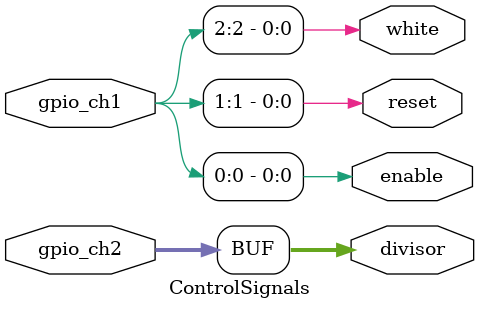
<source format=v>
`timescale 1ns / 1ps

module ControlSignals(
    input [31:0] gpio_ch1,
    input [31:0] gpio_ch2,
    output enable,
    output reset,
    output white,
    output [31:0] divisor
    );
    
    assign enable  = gpio_ch1[0];
    assign reset   = gpio_ch1[1];
    assign white   = gpio_ch1[2];
    assign divisor = gpio_ch2;
endmodule

</source>
